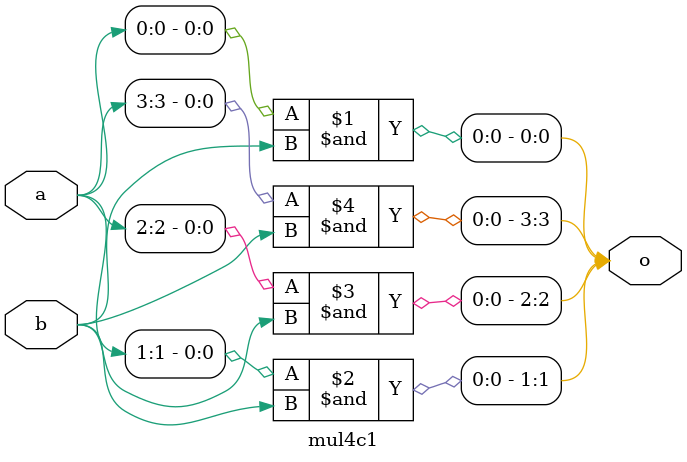
<source format=v>
`timescale 1ns / 1ps


module mul4c1(a,b,o);
input [3:0]a;
input b;
output [3:0]o;
genvar i;
for(i=0;i<4;i=i+1)
begin
assign o[i]=a[i]&b;
end
endmodule
</source>
